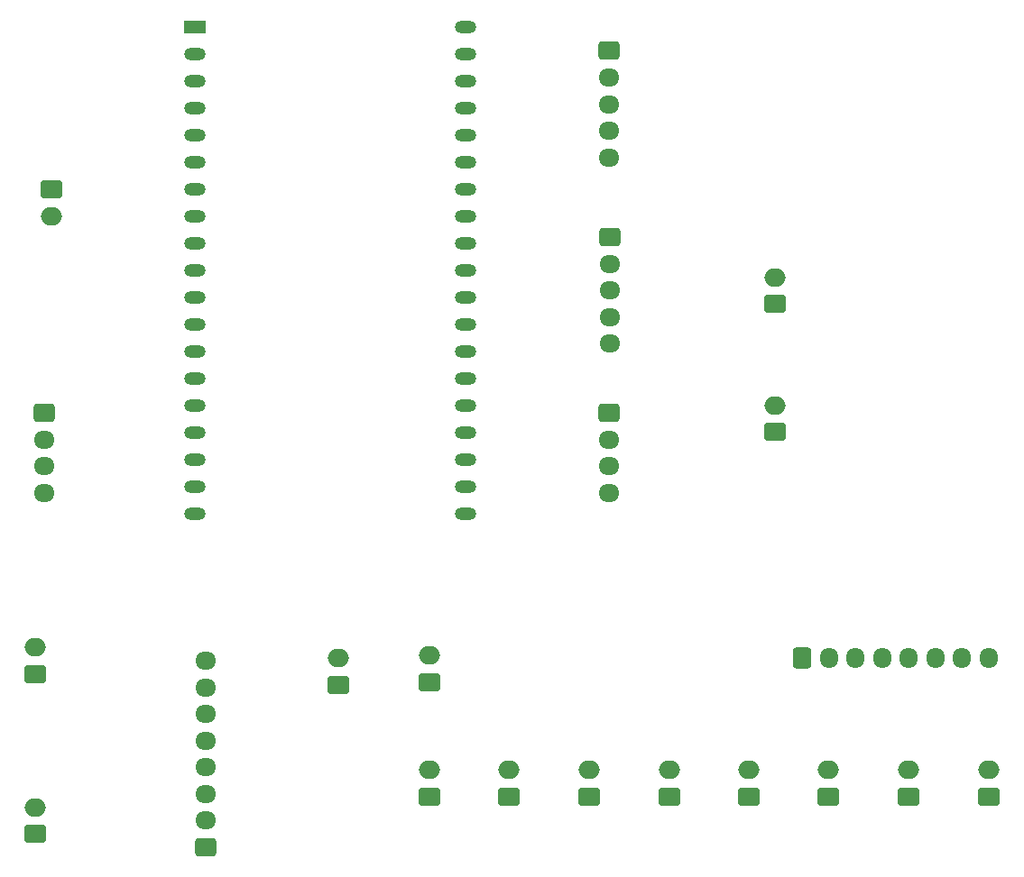
<source format=gbr>
%TF.GenerationSoftware,KiCad,Pcbnew,8.0.7*%
%TF.CreationDate,2024-12-29T01:14:19+01:00*%
%TF.ProjectId,DrinkoMat,4472696e-6b6f-44d6-9174-2e6b69636164,rev?*%
%TF.SameCoordinates,Original*%
%TF.FileFunction,Soldermask,Bot*%
%TF.FilePolarity,Negative*%
%FSLAX46Y46*%
G04 Gerber Fmt 4.6, Leading zero omitted, Abs format (unit mm)*
G04 Created by KiCad (PCBNEW 8.0.7) date 2024-12-29 01:14:19*
%MOMM*%
%LPD*%
G01*
G04 APERTURE LIST*
G04 Aperture macros list*
%AMRoundRect*
0 Rectangle with rounded corners*
0 $1 Rounding radius*
0 $2 $3 $4 $5 $6 $7 $8 $9 X,Y pos of 4 corners*
0 Add a 4 corners polygon primitive as box body*
4,1,4,$2,$3,$4,$5,$6,$7,$8,$9,$2,$3,0*
0 Add four circle primitives for the rounded corners*
1,1,$1+$1,$2,$3*
1,1,$1+$1,$4,$5*
1,1,$1+$1,$6,$7*
1,1,$1+$1,$8,$9*
0 Add four rect primitives between the rounded corners*
20,1,$1+$1,$2,$3,$4,$5,0*
20,1,$1+$1,$4,$5,$6,$7,0*
20,1,$1+$1,$6,$7,$8,$9,0*
20,1,$1+$1,$8,$9,$2,$3,0*%
G04 Aperture macros list end*
%ADD10RoundRect,0.250000X0.750000X-0.600000X0.750000X0.600000X-0.750000X0.600000X-0.750000X-0.600000X0*%
%ADD11O,2.000000X1.700000*%
%ADD12RoundRect,0.250000X-0.750000X0.600000X-0.750000X-0.600000X0.750000X-0.600000X0.750000X0.600000X0*%
%ADD13RoundRect,0.250000X-0.600000X-0.725000X0.600000X-0.725000X0.600000X0.725000X-0.600000X0.725000X0*%
%ADD14O,1.700000X1.950000*%
%ADD15RoundRect,0.250000X-0.725000X0.600000X-0.725000X-0.600000X0.725000X-0.600000X0.725000X0.600000X0*%
%ADD16O,1.950000X1.700000*%
%ADD17RoundRect,0.250000X0.725000X-0.600000X0.725000X0.600000X-0.725000X0.600000X-0.725000X-0.600000X0*%
%ADD18R,2.000000X1.200000*%
%ADD19O,2.000000X1.200000*%
G04 APERTURE END LIST*
D10*
%TO.C,REF\u002A\u002A*%
X28500000Y-98000000D03*
D11*
X28500000Y-95500000D03*
%TD*%
D10*
%TO.C,REF\u002A\u002A*%
X102975000Y-94500000D03*
D11*
X102975000Y-92000000D03*
%TD*%
D12*
%TO.C,REF\u002A\u002A*%
X30000000Y-37500000D03*
D11*
X30000000Y-40000000D03*
%TD*%
D10*
%TO.C,REF\u002A\u002A*%
X80500000Y-94500000D03*
D11*
X80500000Y-92000000D03*
%TD*%
D10*
%TO.C,REF\u002A\u002A*%
X118000000Y-94500000D03*
D11*
X118000000Y-92000000D03*
%TD*%
D10*
%TO.C,REF\u002A\u002A*%
X95500000Y-94500000D03*
D11*
X95500000Y-92000000D03*
%TD*%
D10*
%TO.C,REF\u002A\u002A*%
X88000000Y-94500000D03*
D11*
X88000000Y-92000000D03*
%TD*%
D10*
%TO.C,REF\u002A\u002A*%
X97975000Y-60250000D03*
D11*
X97975000Y-57750000D03*
%TD*%
D13*
%TO.C,REF\u002A\u002A*%
X100500000Y-81500000D03*
D14*
X103000000Y-81500000D03*
X105500000Y-81500000D03*
X108000000Y-81500000D03*
X110500000Y-81500000D03*
X113000000Y-81500000D03*
X115500000Y-81500000D03*
X118000000Y-81500000D03*
%TD*%
D15*
%TO.C,A1*%
X82400000Y-24460000D03*
D16*
X82400000Y-26960000D03*
X82400000Y-29460000D03*
X82400000Y-31960000D03*
X82400000Y-34460000D03*
%TD*%
D17*
%TO.C,REF\u002A\u002A*%
X44475000Y-99250000D03*
D16*
X44475000Y-96750000D03*
X44475000Y-94250000D03*
X44475000Y-91750000D03*
X44475000Y-89250000D03*
X44475000Y-86750000D03*
X44475000Y-84250000D03*
X44475000Y-81750000D03*
%TD*%
D15*
%TO.C,A1*%
X82425000Y-41960000D03*
D16*
X82425000Y-44460000D03*
X82425000Y-46960000D03*
X82425000Y-49460000D03*
X82425000Y-51960000D03*
%TD*%
D10*
%TO.C,REF\u002A\u002A*%
X65475000Y-83750000D03*
D11*
X65475000Y-81250000D03*
%TD*%
D10*
%TO.C,REF\u002A\u002A*%
X73000000Y-94500000D03*
D11*
X73000000Y-92000000D03*
%TD*%
D10*
%TO.C,REF\u002A\u002A*%
X57000000Y-84000000D03*
D11*
X57000000Y-81500000D03*
%TD*%
D10*
%TO.C,REF\u002A\u002A*%
X97975000Y-48250000D03*
D11*
X97975000Y-45750000D03*
%TD*%
D10*
%TO.C,REF\u002A\u002A*%
X65500000Y-94500000D03*
D11*
X65500000Y-92000000D03*
%TD*%
D10*
%TO.C,REF\u002A\u002A*%
X28500000Y-83000000D03*
D11*
X28500000Y-80500000D03*
%TD*%
D15*
%TO.C,REF\u002A\u002A*%
X82400000Y-58460000D03*
D16*
X82400000Y-60960000D03*
X82400000Y-63460000D03*
X82400000Y-65960000D03*
%TD*%
D18*
%TO.C,REF\u002A\u002A*%
X43500000Y-22260000D03*
D19*
X43500000Y-24800000D03*
X43500000Y-27340000D03*
X43500000Y-29880000D03*
X43500000Y-32420000D03*
X43500000Y-34960000D03*
X43500000Y-37500000D03*
X43500000Y-40040000D03*
X43500000Y-42580000D03*
X43500000Y-45120000D03*
X43500000Y-47660000D03*
X43500000Y-50200000D03*
X43500000Y-52740000D03*
X43500000Y-55280000D03*
X43500000Y-57820000D03*
X43500000Y-60360000D03*
X43500000Y-62900000D03*
X43500000Y-65440000D03*
X43500000Y-67980000D03*
X68896320Y-67977280D03*
X68896320Y-65437280D03*
X68900000Y-62900000D03*
X68900000Y-60360000D03*
X68900000Y-57820000D03*
X68900000Y-55280000D03*
X68900000Y-52740000D03*
X68900000Y-50200000D03*
X68900000Y-47660000D03*
X68900000Y-45120000D03*
X68900000Y-42580000D03*
X68900000Y-40040000D03*
X68900000Y-37500000D03*
X68900000Y-34960000D03*
X68900000Y-32420000D03*
X68900000Y-29880000D03*
X68900000Y-27340000D03*
X68900000Y-24800000D03*
X68900000Y-22260000D03*
%TD*%
D15*
%TO.C,REF\u002A\u002A*%
X29400000Y-58460000D03*
D16*
X29400000Y-60960000D03*
X29400000Y-63460000D03*
X29400000Y-65960000D03*
%TD*%
D10*
%TO.C,REF\u002A\u002A*%
X110475000Y-94500000D03*
D11*
X110475000Y-92000000D03*
%TD*%
M02*

</source>
